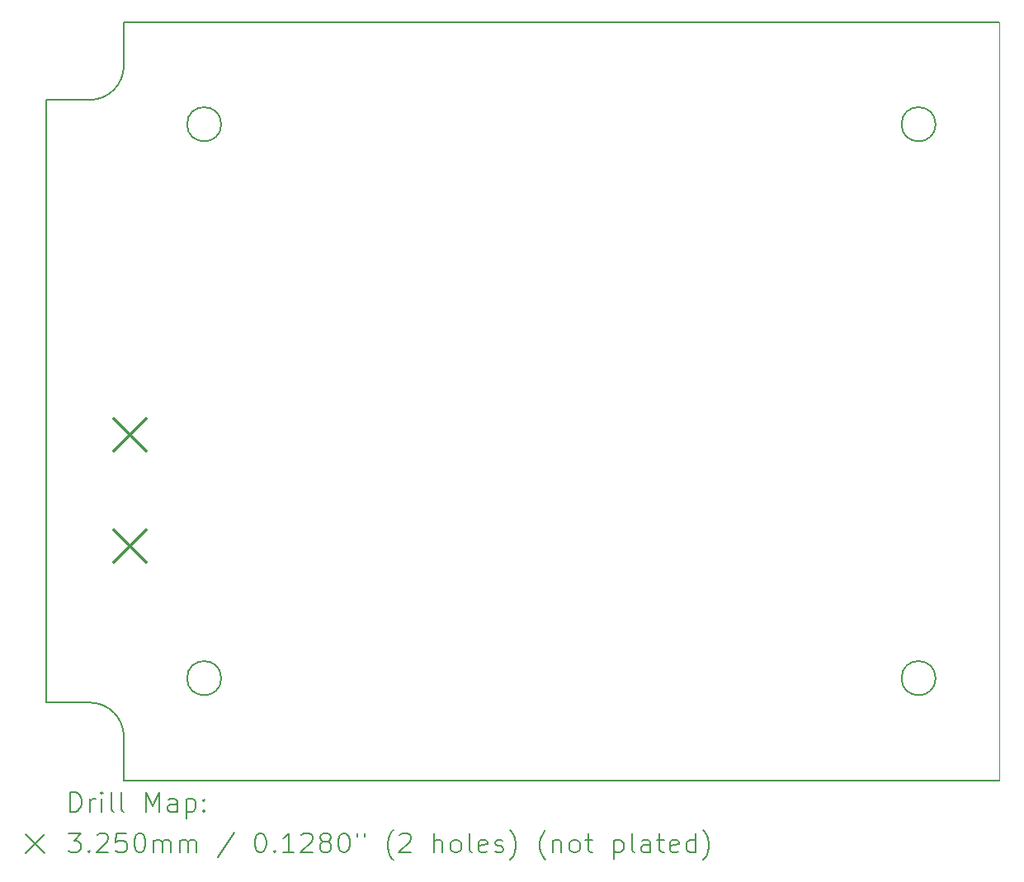
<source format=gbr>
%TF.GenerationSoftware,KiCad,Pcbnew,8.0.6*%
%TF.CreationDate,2025-02-19T13:51:35-05:00*%
%TF.ProjectId,HB-IC,48422d49-432e-46b6-9963-61645f706362,rev?*%
%TF.SameCoordinates,Original*%
%TF.FileFunction,Drillmap*%
%TF.FilePolarity,Positive*%
%FSLAX45Y45*%
G04 Gerber Fmt 4.5, Leading zero omitted, Abs format (unit mm)*
G04 Created by KiCad (PCBNEW 8.0.6) date 2025-02-19 13:51:35*
%MOMM*%
%LPD*%
G01*
G04 APERTURE LIST*
%ADD10C,0.050000*%
%ADD11C,0.200000*%
%ADD12C,0.325000*%
G04 APERTURE END LIST*
D10*
X15752127Y-4413027D02*
X15752127Y-12203207D01*
D11*
X7772590Y-11152917D02*
G75*
G02*
X7422070Y-11152917I-175260J0D01*
G01*
X7422070Y-11152917D02*
G75*
G02*
X7772590Y-11152917I175260J0D01*
G01*
X6422456Y-11403234D02*
X5973000Y-11403234D01*
X6422456Y-11403234D02*
G75*
G02*
X6772972Y-11753754I0J-350516D01*
G01*
X6772973Y-4413027D02*
X15752127Y-4413027D01*
X6772973Y-4862470D02*
X6772973Y-4413027D01*
X6772973Y-4862470D02*
G75*
G02*
X6424565Y-5213000I-350537J0D01*
G01*
X15752127Y-12203207D02*
X6772973Y-12203207D01*
X7772590Y-5463317D02*
G75*
G02*
X7422070Y-5463317I-175260J0D01*
G01*
X7422070Y-5463317D02*
G75*
G02*
X7772590Y-5463317I175260J0D01*
G01*
X5973000Y-5213000D02*
X6424565Y-5213000D01*
X15103030Y-11152917D02*
G75*
G02*
X14752510Y-11152917I-175260J0D01*
G01*
X14752510Y-11152917D02*
G75*
G02*
X15103030Y-11152917I175260J0D01*
G01*
X6772973Y-12203207D02*
X6772973Y-11753754D01*
X15103030Y-5463317D02*
G75*
G02*
X14752510Y-5463317I-175260J0D01*
G01*
X14752510Y-5463317D02*
G75*
G02*
X15103030Y-5463317I175260J0D01*
G01*
X5973000Y-11403234D02*
X5973000Y-5213000D01*
D12*
X6674000Y-8490000D02*
X6999000Y-8815000D01*
X6999000Y-8490000D02*
X6674000Y-8815000D01*
X6674000Y-9633000D02*
X6999000Y-9958000D01*
X6999000Y-9633000D02*
X6674000Y-9958000D01*
D11*
X6223777Y-12524691D02*
X6223777Y-12324691D01*
X6223777Y-12324691D02*
X6271396Y-12324691D01*
X6271396Y-12324691D02*
X6299967Y-12334215D01*
X6299967Y-12334215D02*
X6319015Y-12353262D01*
X6319015Y-12353262D02*
X6328539Y-12372310D01*
X6328539Y-12372310D02*
X6338062Y-12410405D01*
X6338062Y-12410405D02*
X6338062Y-12438976D01*
X6338062Y-12438976D02*
X6328539Y-12477072D01*
X6328539Y-12477072D02*
X6319015Y-12496119D01*
X6319015Y-12496119D02*
X6299967Y-12515167D01*
X6299967Y-12515167D02*
X6271396Y-12524691D01*
X6271396Y-12524691D02*
X6223777Y-12524691D01*
X6423777Y-12524691D02*
X6423777Y-12391357D01*
X6423777Y-12429453D02*
X6433301Y-12410405D01*
X6433301Y-12410405D02*
X6442824Y-12400881D01*
X6442824Y-12400881D02*
X6461872Y-12391357D01*
X6461872Y-12391357D02*
X6480920Y-12391357D01*
X6547586Y-12524691D02*
X6547586Y-12391357D01*
X6547586Y-12324691D02*
X6538062Y-12334215D01*
X6538062Y-12334215D02*
X6547586Y-12343738D01*
X6547586Y-12343738D02*
X6557110Y-12334215D01*
X6557110Y-12334215D02*
X6547586Y-12324691D01*
X6547586Y-12324691D02*
X6547586Y-12343738D01*
X6671396Y-12524691D02*
X6652348Y-12515167D01*
X6652348Y-12515167D02*
X6642824Y-12496119D01*
X6642824Y-12496119D02*
X6642824Y-12324691D01*
X6776158Y-12524691D02*
X6757110Y-12515167D01*
X6757110Y-12515167D02*
X6747586Y-12496119D01*
X6747586Y-12496119D02*
X6747586Y-12324691D01*
X7004729Y-12524691D02*
X7004729Y-12324691D01*
X7004729Y-12324691D02*
X7071396Y-12467548D01*
X7071396Y-12467548D02*
X7138062Y-12324691D01*
X7138062Y-12324691D02*
X7138062Y-12524691D01*
X7319015Y-12524691D02*
X7319015Y-12419929D01*
X7319015Y-12419929D02*
X7309491Y-12400881D01*
X7309491Y-12400881D02*
X7290443Y-12391357D01*
X7290443Y-12391357D02*
X7252348Y-12391357D01*
X7252348Y-12391357D02*
X7233301Y-12400881D01*
X7319015Y-12515167D02*
X7299967Y-12524691D01*
X7299967Y-12524691D02*
X7252348Y-12524691D01*
X7252348Y-12524691D02*
X7233301Y-12515167D01*
X7233301Y-12515167D02*
X7223777Y-12496119D01*
X7223777Y-12496119D02*
X7223777Y-12477072D01*
X7223777Y-12477072D02*
X7233301Y-12458024D01*
X7233301Y-12458024D02*
X7252348Y-12448500D01*
X7252348Y-12448500D02*
X7299967Y-12448500D01*
X7299967Y-12448500D02*
X7319015Y-12438976D01*
X7414253Y-12391357D02*
X7414253Y-12591357D01*
X7414253Y-12400881D02*
X7433301Y-12391357D01*
X7433301Y-12391357D02*
X7471396Y-12391357D01*
X7471396Y-12391357D02*
X7490443Y-12400881D01*
X7490443Y-12400881D02*
X7499967Y-12410405D01*
X7499967Y-12410405D02*
X7509491Y-12429453D01*
X7509491Y-12429453D02*
X7509491Y-12486595D01*
X7509491Y-12486595D02*
X7499967Y-12505643D01*
X7499967Y-12505643D02*
X7490443Y-12515167D01*
X7490443Y-12515167D02*
X7471396Y-12524691D01*
X7471396Y-12524691D02*
X7433301Y-12524691D01*
X7433301Y-12524691D02*
X7414253Y-12515167D01*
X7595205Y-12505643D02*
X7604729Y-12515167D01*
X7604729Y-12515167D02*
X7595205Y-12524691D01*
X7595205Y-12524691D02*
X7585682Y-12515167D01*
X7585682Y-12515167D02*
X7595205Y-12505643D01*
X7595205Y-12505643D02*
X7595205Y-12524691D01*
X7595205Y-12400881D02*
X7604729Y-12410405D01*
X7604729Y-12410405D02*
X7595205Y-12419929D01*
X7595205Y-12419929D02*
X7585682Y-12410405D01*
X7585682Y-12410405D02*
X7595205Y-12400881D01*
X7595205Y-12400881D02*
X7595205Y-12419929D01*
X5763000Y-12753207D02*
X5963000Y-12953207D01*
X5963000Y-12753207D02*
X5763000Y-12953207D01*
X6204729Y-12744691D02*
X6328539Y-12744691D01*
X6328539Y-12744691D02*
X6261872Y-12820881D01*
X6261872Y-12820881D02*
X6290443Y-12820881D01*
X6290443Y-12820881D02*
X6309491Y-12830405D01*
X6309491Y-12830405D02*
X6319015Y-12839929D01*
X6319015Y-12839929D02*
X6328539Y-12858976D01*
X6328539Y-12858976D02*
X6328539Y-12906595D01*
X6328539Y-12906595D02*
X6319015Y-12925643D01*
X6319015Y-12925643D02*
X6309491Y-12935167D01*
X6309491Y-12935167D02*
X6290443Y-12944691D01*
X6290443Y-12944691D02*
X6233301Y-12944691D01*
X6233301Y-12944691D02*
X6214253Y-12935167D01*
X6214253Y-12935167D02*
X6204729Y-12925643D01*
X6414253Y-12925643D02*
X6423777Y-12935167D01*
X6423777Y-12935167D02*
X6414253Y-12944691D01*
X6414253Y-12944691D02*
X6404729Y-12935167D01*
X6404729Y-12935167D02*
X6414253Y-12925643D01*
X6414253Y-12925643D02*
X6414253Y-12944691D01*
X6499967Y-12763738D02*
X6509491Y-12754215D01*
X6509491Y-12754215D02*
X6528539Y-12744691D01*
X6528539Y-12744691D02*
X6576158Y-12744691D01*
X6576158Y-12744691D02*
X6595205Y-12754215D01*
X6595205Y-12754215D02*
X6604729Y-12763738D01*
X6604729Y-12763738D02*
X6614253Y-12782786D01*
X6614253Y-12782786D02*
X6614253Y-12801834D01*
X6614253Y-12801834D02*
X6604729Y-12830405D01*
X6604729Y-12830405D02*
X6490443Y-12944691D01*
X6490443Y-12944691D02*
X6614253Y-12944691D01*
X6795205Y-12744691D02*
X6699967Y-12744691D01*
X6699967Y-12744691D02*
X6690443Y-12839929D01*
X6690443Y-12839929D02*
X6699967Y-12830405D01*
X6699967Y-12830405D02*
X6719015Y-12820881D01*
X6719015Y-12820881D02*
X6766634Y-12820881D01*
X6766634Y-12820881D02*
X6785682Y-12830405D01*
X6785682Y-12830405D02*
X6795205Y-12839929D01*
X6795205Y-12839929D02*
X6804729Y-12858976D01*
X6804729Y-12858976D02*
X6804729Y-12906595D01*
X6804729Y-12906595D02*
X6795205Y-12925643D01*
X6795205Y-12925643D02*
X6785682Y-12935167D01*
X6785682Y-12935167D02*
X6766634Y-12944691D01*
X6766634Y-12944691D02*
X6719015Y-12944691D01*
X6719015Y-12944691D02*
X6699967Y-12935167D01*
X6699967Y-12935167D02*
X6690443Y-12925643D01*
X6928539Y-12744691D02*
X6947586Y-12744691D01*
X6947586Y-12744691D02*
X6966634Y-12754215D01*
X6966634Y-12754215D02*
X6976158Y-12763738D01*
X6976158Y-12763738D02*
X6985682Y-12782786D01*
X6985682Y-12782786D02*
X6995205Y-12820881D01*
X6995205Y-12820881D02*
X6995205Y-12868500D01*
X6995205Y-12868500D02*
X6985682Y-12906595D01*
X6985682Y-12906595D02*
X6976158Y-12925643D01*
X6976158Y-12925643D02*
X6966634Y-12935167D01*
X6966634Y-12935167D02*
X6947586Y-12944691D01*
X6947586Y-12944691D02*
X6928539Y-12944691D01*
X6928539Y-12944691D02*
X6909491Y-12935167D01*
X6909491Y-12935167D02*
X6899967Y-12925643D01*
X6899967Y-12925643D02*
X6890443Y-12906595D01*
X6890443Y-12906595D02*
X6880920Y-12868500D01*
X6880920Y-12868500D02*
X6880920Y-12820881D01*
X6880920Y-12820881D02*
X6890443Y-12782786D01*
X6890443Y-12782786D02*
X6899967Y-12763738D01*
X6899967Y-12763738D02*
X6909491Y-12754215D01*
X6909491Y-12754215D02*
X6928539Y-12744691D01*
X7080920Y-12944691D02*
X7080920Y-12811357D01*
X7080920Y-12830405D02*
X7090443Y-12820881D01*
X7090443Y-12820881D02*
X7109491Y-12811357D01*
X7109491Y-12811357D02*
X7138063Y-12811357D01*
X7138063Y-12811357D02*
X7157110Y-12820881D01*
X7157110Y-12820881D02*
X7166634Y-12839929D01*
X7166634Y-12839929D02*
X7166634Y-12944691D01*
X7166634Y-12839929D02*
X7176158Y-12820881D01*
X7176158Y-12820881D02*
X7195205Y-12811357D01*
X7195205Y-12811357D02*
X7223777Y-12811357D01*
X7223777Y-12811357D02*
X7242824Y-12820881D01*
X7242824Y-12820881D02*
X7252348Y-12839929D01*
X7252348Y-12839929D02*
X7252348Y-12944691D01*
X7347586Y-12944691D02*
X7347586Y-12811357D01*
X7347586Y-12830405D02*
X7357110Y-12820881D01*
X7357110Y-12820881D02*
X7376158Y-12811357D01*
X7376158Y-12811357D02*
X7404729Y-12811357D01*
X7404729Y-12811357D02*
X7423777Y-12820881D01*
X7423777Y-12820881D02*
X7433301Y-12839929D01*
X7433301Y-12839929D02*
X7433301Y-12944691D01*
X7433301Y-12839929D02*
X7442824Y-12820881D01*
X7442824Y-12820881D02*
X7461872Y-12811357D01*
X7461872Y-12811357D02*
X7490443Y-12811357D01*
X7490443Y-12811357D02*
X7509491Y-12820881D01*
X7509491Y-12820881D02*
X7519015Y-12839929D01*
X7519015Y-12839929D02*
X7519015Y-12944691D01*
X7909491Y-12735167D02*
X7738063Y-12992310D01*
X8166634Y-12744691D02*
X8185682Y-12744691D01*
X8185682Y-12744691D02*
X8204729Y-12754215D01*
X8204729Y-12754215D02*
X8214253Y-12763738D01*
X8214253Y-12763738D02*
X8223777Y-12782786D01*
X8223777Y-12782786D02*
X8233301Y-12820881D01*
X8233301Y-12820881D02*
X8233301Y-12868500D01*
X8233301Y-12868500D02*
X8223777Y-12906595D01*
X8223777Y-12906595D02*
X8214253Y-12925643D01*
X8214253Y-12925643D02*
X8204729Y-12935167D01*
X8204729Y-12935167D02*
X8185682Y-12944691D01*
X8185682Y-12944691D02*
X8166634Y-12944691D01*
X8166634Y-12944691D02*
X8147586Y-12935167D01*
X8147586Y-12935167D02*
X8138063Y-12925643D01*
X8138063Y-12925643D02*
X8128539Y-12906595D01*
X8128539Y-12906595D02*
X8119015Y-12868500D01*
X8119015Y-12868500D02*
X8119015Y-12820881D01*
X8119015Y-12820881D02*
X8128539Y-12782786D01*
X8128539Y-12782786D02*
X8138063Y-12763738D01*
X8138063Y-12763738D02*
X8147586Y-12754215D01*
X8147586Y-12754215D02*
X8166634Y-12744691D01*
X8319015Y-12925643D02*
X8328539Y-12935167D01*
X8328539Y-12935167D02*
X8319015Y-12944691D01*
X8319015Y-12944691D02*
X8309491Y-12935167D01*
X8309491Y-12935167D02*
X8319015Y-12925643D01*
X8319015Y-12925643D02*
X8319015Y-12944691D01*
X8519015Y-12944691D02*
X8404729Y-12944691D01*
X8461872Y-12944691D02*
X8461872Y-12744691D01*
X8461872Y-12744691D02*
X8442825Y-12773262D01*
X8442825Y-12773262D02*
X8423777Y-12792310D01*
X8423777Y-12792310D02*
X8404729Y-12801834D01*
X8595206Y-12763738D02*
X8604729Y-12754215D01*
X8604729Y-12754215D02*
X8623777Y-12744691D01*
X8623777Y-12744691D02*
X8671396Y-12744691D01*
X8671396Y-12744691D02*
X8690444Y-12754215D01*
X8690444Y-12754215D02*
X8699968Y-12763738D01*
X8699968Y-12763738D02*
X8709491Y-12782786D01*
X8709491Y-12782786D02*
X8709491Y-12801834D01*
X8709491Y-12801834D02*
X8699968Y-12830405D01*
X8699968Y-12830405D02*
X8585682Y-12944691D01*
X8585682Y-12944691D02*
X8709491Y-12944691D01*
X8823777Y-12830405D02*
X8804729Y-12820881D01*
X8804729Y-12820881D02*
X8795206Y-12811357D01*
X8795206Y-12811357D02*
X8785682Y-12792310D01*
X8785682Y-12792310D02*
X8785682Y-12782786D01*
X8785682Y-12782786D02*
X8795206Y-12763738D01*
X8795206Y-12763738D02*
X8804729Y-12754215D01*
X8804729Y-12754215D02*
X8823777Y-12744691D01*
X8823777Y-12744691D02*
X8861872Y-12744691D01*
X8861872Y-12744691D02*
X8880920Y-12754215D01*
X8880920Y-12754215D02*
X8890444Y-12763738D01*
X8890444Y-12763738D02*
X8899968Y-12782786D01*
X8899968Y-12782786D02*
X8899968Y-12792310D01*
X8899968Y-12792310D02*
X8890444Y-12811357D01*
X8890444Y-12811357D02*
X8880920Y-12820881D01*
X8880920Y-12820881D02*
X8861872Y-12830405D01*
X8861872Y-12830405D02*
X8823777Y-12830405D01*
X8823777Y-12830405D02*
X8804729Y-12839929D01*
X8804729Y-12839929D02*
X8795206Y-12849453D01*
X8795206Y-12849453D02*
X8785682Y-12868500D01*
X8785682Y-12868500D02*
X8785682Y-12906595D01*
X8785682Y-12906595D02*
X8795206Y-12925643D01*
X8795206Y-12925643D02*
X8804729Y-12935167D01*
X8804729Y-12935167D02*
X8823777Y-12944691D01*
X8823777Y-12944691D02*
X8861872Y-12944691D01*
X8861872Y-12944691D02*
X8880920Y-12935167D01*
X8880920Y-12935167D02*
X8890444Y-12925643D01*
X8890444Y-12925643D02*
X8899968Y-12906595D01*
X8899968Y-12906595D02*
X8899968Y-12868500D01*
X8899968Y-12868500D02*
X8890444Y-12849453D01*
X8890444Y-12849453D02*
X8880920Y-12839929D01*
X8880920Y-12839929D02*
X8861872Y-12830405D01*
X9023777Y-12744691D02*
X9042825Y-12744691D01*
X9042825Y-12744691D02*
X9061872Y-12754215D01*
X9061872Y-12754215D02*
X9071396Y-12763738D01*
X9071396Y-12763738D02*
X9080920Y-12782786D01*
X9080920Y-12782786D02*
X9090444Y-12820881D01*
X9090444Y-12820881D02*
X9090444Y-12868500D01*
X9090444Y-12868500D02*
X9080920Y-12906595D01*
X9080920Y-12906595D02*
X9071396Y-12925643D01*
X9071396Y-12925643D02*
X9061872Y-12935167D01*
X9061872Y-12935167D02*
X9042825Y-12944691D01*
X9042825Y-12944691D02*
X9023777Y-12944691D01*
X9023777Y-12944691D02*
X9004729Y-12935167D01*
X9004729Y-12935167D02*
X8995206Y-12925643D01*
X8995206Y-12925643D02*
X8985682Y-12906595D01*
X8985682Y-12906595D02*
X8976158Y-12868500D01*
X8976158Y-12868500D02*
X8976158Y-12820881D01*
X8976158Y-12820881D02*
X8985682Y-12782786D01*
X8985682Y-12782786D02*
X8995206Y-12763738D01*
X8995206Y-12763738D02*
X9004729Y-12754215D01*
X9004729Y-12754215D02*
X9023777Y-12744691D01*
X9166634Y-12744691D02*
X9166634Y-12782786D01*
X9242825Y-12744691D02*
X9242825Y-12782786D01*
X9538063Y-13020881D02*
X9528539Y-13011357D01*
X9528539Y-13011357D02*
X9509491Y-12982786D01*
X9509491Y-12982786D02*
X9499968Y-12963738D01*
X9499968Y-12963738D02*
X9490444Y-12935167D01*
X9490444Y-12935167D02*
X9480920Y-12887548D01*
X9480920Y-12887548D02*
X9480920Y-12849453D01*
X9480920Y-12849453D02*
X9490444Y-12801834D01*
X9490444Y-12801834D02*
X9499968Y-12773262D01*
X9499968Y-12773262D02*
X9509491Y-12754215D01*
X9509491Y-12754215D02*
X9528539Y-12725643D01*
X9528539Y-12725643D02*
X9538063Y-12716119D01*
X9604730Y-12763738D02*
X9614253Y-12754215D01*
X9614253Y-12754215D02*
X9633301Y-12744691D01*
X9633301Y-12744691D02*
X9680920Y-12744691D01*
X9680920Y-12744691D02*
X9699968Y-12754215D01*
X9699968Y-12754215D02*
X9709491Y-12763738D01*
X9709491Y-12763738D02*
X9719015Y-12782786D01*
X9719015Y-12782786D02*
X9719015Y-12801834D01*
X9719015Y-12801834D02*
X9709491Y-12830405D01*
X9709491Y-12830405D02*
X9595206Y-12944691D01*
X9595206Y-12944691D02*
X9719015Y-12944691D01*
X9957111Y-12944691D02*
X9957111Y-12744691D01*
X10042825Y-12944691D02*
X10042825Y-12839929D01*
X10042825Y-12839929D02*
X10033301Y-12820881D01*
X10033301Y-12820881D02*
X10014253Y-12811357D01*
X10014253Y-12811357D02*
X9985682Y-12811357D01*
X9985682Y-12811357D02*
X9966634Y-12820881D01*
X9966634Y-12820881D02*
X9957111Y-12830405D01*
X10166634Y-12944691D02*
X10147587Y-12935167D01*
X10147587Y-12935167D02*
X10138063Y-12925643D01*
X10138063Y-12925643D02*
X10128539Y-12906595D01*
X10128539Y-12906595D02*
X10128539Y-12849453D01*
X10128539Y-12849453D02*
X10138063Y-12830405D01*
X10138063Y-12830405D02*
X10147587Y-12820881D01*
X10147587Y-12820881D02*
X10166634Y-12811357D01*
X10166634Y-12811357D02*
X10195206Y-12811357D01*
X10195206Y-12811357D02*
X10214253Y-12820881D01*
X10214253Y-12820881D02*
X10223777Y-12830405D01*
X10223777Y-12830405D02*
X10233301Y-12849453D01*
X10233301Y-12849453D02*
X10233301Y-12906595D01*
X10233301Y-12906595D02*
X10223777Y-12925643D01*
X10223777Y-12925643D02*
X10214253Y-12935167D01*
X10214253Y-12935167D02*
X10195206Y-12944691D01*
X10195206Y-12944691D02*
X10166634Y-12944691D01*
X10347587Y-12944691D02*
X10328539Y-12935167D01*
X10328539Y-12935167D02*
X10319015Y-12916119D01*
X10319015Y-12916119D02*
X10319015Y-12744691D01*
X10499968Y-12935167D02*
X10480920Y-12944691D01*
X10480920Y-12944691D02*
X10442825Y-12944691D01*
X10442825Y-12944691D02*
X10423777Y-12935167D01*
X10423777Y-12935167D02*
X10414253Y-12916119D01*
X10414253Y-12916119D02*
X10414253Y-12839929D01*
X10414253Y-12839929D02*
X10423777Y-12820881D01*
X10423777Y-12820881D02*
X10442825Y-12811357D01*
X10442825Y-12811357D02*
X10480920Y-12811357D01*
X10480920Y-12811357D02*
X10499968Y-12820881D01*
X10499968Y-12820881D02*
X10509492Y-12839929D01*
X10509492Y-12839929D02*
X10509492Y-12858976D01*
X10509492Y-12858976D02*
X10414253Y-12878024D01*
X10585682Y-12935167D02*
X10604730Y-12944691D01*
X10604730Y-12944691D02*
X10642825Y-12944691D01*
X10642825Y-12944691D02*
X10661873Y-12935167D01*
X10661873Y-12935167D02*
X10671396Y-12916119D01*
X10671396Y-12916119D02*
X10671396Y-12906595D01*
X10671396Y-12906595D02*
X10661873Y-12887548D01*
X10661873Y-12887548D02*
X10642825Y-12878024D01*
X10642825Y-12878024D02*
X10614253Y-12878024D01*
X10614253Y-12878024D02*
X10595206Y-12868500D01*
X10595206Y-12868500D02*
X10585682Y-12849453D01*
X10585682Y-12849453D02*
X10585682Y-12839929D01*
X10585682Y-12839929D02*
X10595206Y-12820881D01*
X10595206Y-12820881D02*
X10614253Y-12811357D01*
X10614253Y-12811357D02*
X10642825Y-12811357D01*
X10642825Y-12811357D02*
X10661873Y-12820881D01*
X10738063Y-13020881D02*
X10747587Y-13011357D01*
X10747587Y-13011357D02*
X10766634Y-12982786D01*
X10766634Y-12982786D02*
X10776158Y-12963738D01*
X10776158Y-12963738D02*
X10785682Y-12935167D01*
X10785682Y-12935167D02*
X10795206Y-12887548D01*
X10795206Y-12887548D02*
X10795206Y-12849453D01*
X10795206Y-12849453D02*
X10785682Y-12801834D01*
X10785682Y-12801834D02*
X10776158Y-12773262D01*
X10776158Y-12773262D02*
X10766634Y-12754215D01*
X10766634Y-12754215D02*
X10747587Y-12725643D01*
X10747587Y-12725643D02*
X10738063Y-12716119D01*
X11099968Y-13020881D02*
X11090444Y-13011357D01*
X11090444Y-13011357D02*
X11071396Y-12982786D01*
X11071396Y-12982786D02*
X11061873Y-12963738D01*
X11061873Y-12963738D02*
X11052349Y-12935167D01*
X11052349Y-12935167D02*
X11042825Y-12887548D01*
X11042825Y-12887548D02*
X11042825Y-12849453D01*
X11042825Y-12849453D02*
X11052349Y-12801834D01*
X11052349Y-12801834D02*
X11061873Y-12773262D01*
X11061873Y-12773262D02*
X11071396Y-12754215D01*
X11071396Y-12754215D02*
X11090444Y-12725643D01*
X11090444Y-12725643D02*
X11099968Y-12716119D01*
X11176158Y-12811357D02*
X11176158Y-12944691D01*
X11176158Y-12830405D02*
X11185682Y-12820881D01*
X11185682Y-12820881D02*
X11204730Y-12811357D01*
X11204730Y-12811357D02*
X11233301Y-12811357D01*
X11233301Y-12811357D02*
X11252349Y-12820881D01*
X11252349Y-12820881D02*
X11261872Y-12839929D01*
X11261872Y-12839929D02*
X11261872Y-12944691D01*
X11385682Y-12944691D02*
X11366634Y-12935167D01*
X11366634Y-12935167D02*
X11357111Y-12925643D01*
X11357111Y-12925643D02*
X11347587Y-12906595D01*
X11347587Y-12906595D02*
X11347587Y-12849453D01*
X11347587Y-12849453D02*
X11357111Y-12830405D01*
X11357111Y-12830405D02*
X11366634Y-12820881D01*
X11366634Y-12820881D02*
X11385682Y-12811357D01*
X11385682Y-12811357D02*
X11414253Y-12811357D01*
X11414253Y-12811357D02*
X11433301Y-12820881D01*
X11433301Y-12820881D02*
X11442825Y-12830405D01*
X11442825Y-12830405D02*
X11452349Y-12849453D01*
X11452349Y-12849453D02*
X11452349Y-12906595D01*
X11452349Y-12906595D02*
X11442825Y-12925643D01*
X11442825Y-12925643D02*
X11433301Y-12935167D01*
X11433301Y-12935167D02*
X11414253Y-12944691D01*
X11414253Y-12944691D02*
X11385682Y-12944691D01*
X11509492Y-12811357D02*
X11585682Y-12811357D01*
X11538063Y-12744691D02*
X11538063Y-12916119D01*
X11538063Y-12916119D02*
X11547587Y-12935167D01*
X11547587Y-12935167D02*
X11566634Y-12944691D01*
X11566634Y-12944691D02*
X11585682Y-12944691D01*
X11804730Y-12811357D02*
X11804730Y-13011357D01*
X11804730Y-12820881D02*
X11823777Y-12811357D01*
X11823777Y-12811357D02*
X11861873Y-12811357D01*
X11861873Y-12811357D02*
X11880920Y-12820881D01*
X11880920Y-12820881D02*
X11890444Y-12830405D01*
X11890444Y-12830405D02*
X11899968Y-12849453D01*
X11899968Y-12849453D02*
X11899968Y-12906595D01*
X11899968Y-12906595D02*
X11890444Y-12925643D01*
X11890444Y-12925643D02*
X11880920Y-12935167D01*
X11880920Y-12935167D02*
X11861873Y-12944691D01*
X11861873Y-12944691D02*
X11823777Y-12944691D01*
X11823777Y-12944691D02*
X11804730Y-12935167D01*
X12014253Y-12944691D02*
X11995206Y-12935167D01*
X11995206Y-12935167D02*
X11985682Y-12916119D01*
X11985682Y-12916119D02*
X11985682Y-12744691D01*
X12176158Y-12944691D02*
X12176158Y-12839929D01*
X12176158Y-12839929D02*
X12166634Y-12820881D01*
X12166634Y-12820881D02*
X12147587Y-12811357D01*
X12147587Y-12811357D02*
X12109492Y-12811357D01*
X12109492Y-12811357D02*
X12090444Y-12820881D01*
X12176158Y-12935167D02*
X12157111Y-12944691D01*
X12157111Y-12944691D02*
X12109492Y-12944691D01*
X12109492Y-12944691D02*
X12090444Y-12935167D01*
X12090444Y-12935167D02*
X12080920Y-12916119D01*
X12080920Y-12916119D02*
X12080920Y-12897072D01*
X12080920Y-12897072D02*
X12090444Y-12878024D01*
X12090444Y-12878024D02*
X12109492Y-12868500D01*
X12109492Y-12868500D02*
X12157111Y-12868500D01*
X12157111Y-12868500D02*
X12176158Y-12858976D01*
X12242825Y-12811357D02*
X12319015Y-12811357D01*
X12271396Y-12744691D02*
X12271396Y-12916119D01*
X12271396Y-12916119D02*
X12280920Y-12935167D01*
X12280920Y-12935167D02*
X12299968Y-12944691D01*
X12299968Y-12944691D02*
X12319015Y-12944691D01*
X12461873Y-12935167D02*
X12442825Y-12944691D01*
X12442825Y-12944691D02*
X12404730Y-12944691D01*
X12404730Y-12944691D02*
X12385682Y-12935167D01*
X12385682Y-12935167D02*
X12376158Y-12916119D01*
X12376158Y-12916119D02*
X12376158Y-12839929D01*
X12376158Y-12839929D02*
X12385682Y-12820881D01*
X12385682Y-12820881D02*
X12404730Y-12811357D01*
X12404730Y-12811357D02*
X12442825Y-12811357D01*
X12442825Y-12811357D02*
X12461873Y-12820881D01*
X12461873Y-12820881D02*
X12471396Y-12839929D01*
X12471396Y-12839929D02*
X12471396Y-12858976D01*
X12471396Y-12858976D02*
X12376158Y-12878024D01*
X12642825Y-12944691D02*
X12642825Y-12744691D01*
X12642825Y-12935167D02*
X12623777Y-12944691D01*
X12623777Y-12944691D02*
X12585682Y-12944691D01*
X12585682Y-12944691D02*
X12566634Y-12935167D01*
X12566634Y-12935167D02*
X12557111Y-12925643D01*
X12557111Y-12925643D02*
X12547587Y-12906595D01*
X12547587Y-12906595D02*
X12547587Y-12849453D01*
X12547587Y-12849453D02*
X12557111Y-12830405D01*
X12557111Y-12830405D02*
X12566634Y-12820881D01*
X12566634Y-12820881D02*
X12585682Y-12811357D01*
X12585682Y-12811357D02*
X12623777Y-12811357D01*
X12623777Y-12811357D02*
X12642825Y-12820881D01*
X12719015Y-13020881D02*
X12728539Y-13011357D01*
X12728539Y-13011357D02*
X12747587Y-12982786D01*
X12747587Y-12982786D02*
X12757111Y-12963738D01*
X12757111Y-12963738D02*
X12766634Y-12935167D01*
X12766634Y-12935167D02*
X12776158Y-12887548D01*
X12776158Y-12887548D02*
X12776158Y-12849453D01*
X12776158Y-12849453D02*
X12766634Y-12801834D01*
X12766634Y-12801834D02*
X12757111Y-12773262D01*
X12757111Y-12773262D02*
X12747587Y-12754215D01*
X12747587Y-12754215D02*
X12728539Y-12725643D01*
X12728539Y-12725643D02*
X12719015Y-12716119D01*
M02*

</source>
